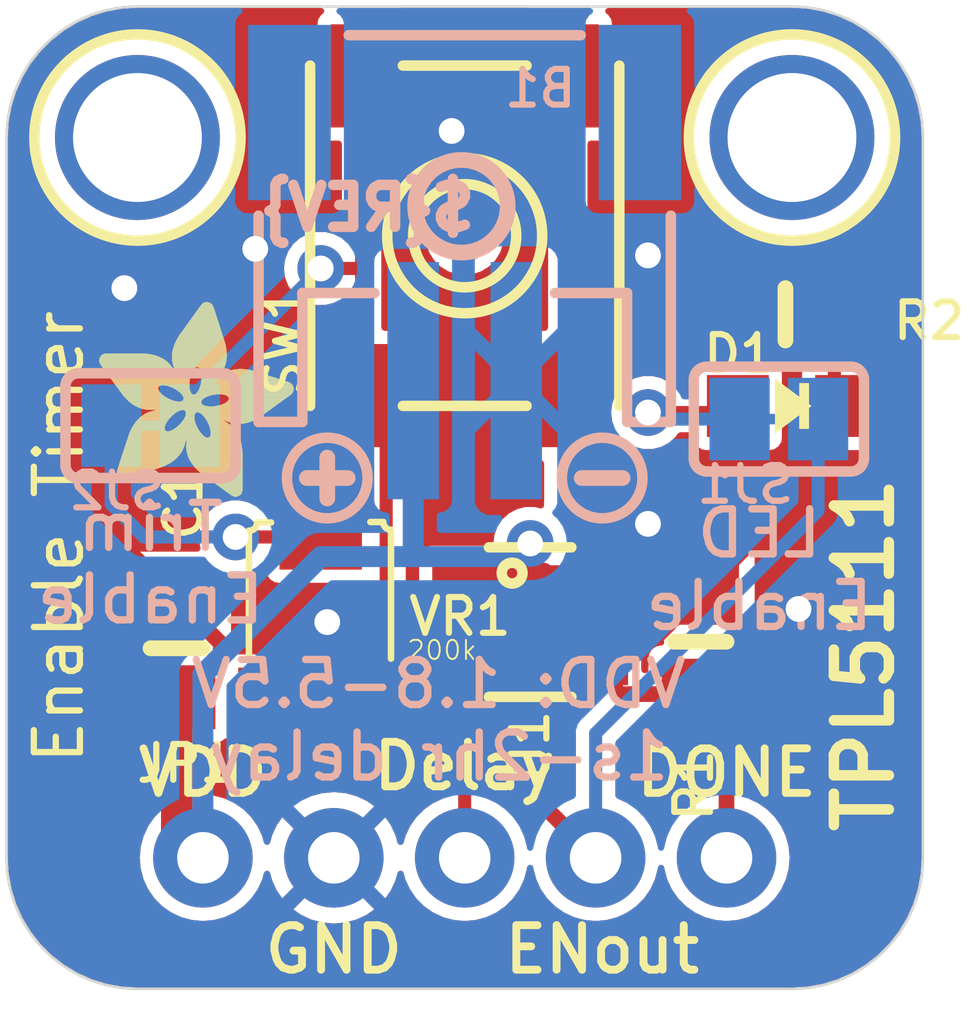
<source format=kicad_pcb>
(kicad_pcb (version 20221018) (generator pcbnew)
  (layers (0 "F.Cu" signal) (31 "B.Cu" signal) (34 "B.Paste" user) (35 "F.Paste" user) (36 "B.SilkS" user "B.Silkscreen") (37 "F.SilkS" user "F.Silkscreen") (38 "B.Mask" user) (39 "F.Mask" user) (44 "Edge.Cuts" user))
  (net 0 "")
  (net 1 "GND")
  (net 2 "DELAY")
  (net 3 "DONE")
  (net 4 "ENOUT")
  (net 5 "VDD")
  (net 6 "N$1")
  (net 7 "N$3")
  (net 8 "N$2")
  (footprint "working:SOT23-6" (layer "F.Cu") (at 149.7711 107.4166 -90)
    (fp_text reference "U1" (at 1.651 0 90) (layer "F.SilkS") (effects (font (size 0.692831 0.692831) (thickness 0.119969)) (justify right)))
    (fp_text value "TPL5111DDC")
    (pad "1" smd rect (at -0.95 1.3 270) (size 0.55 1.2) (layers "F.Cu" "F.Paste" "F.Mask") (net 5 "VDD"))
    (pad "2" smd rect (at 0 1.3 270) (size 0.55 1.2) (layers "F.Cu" "F.Paste" "F.Mask") (net 1 "GND"))
    (pad "3" smd rect (at 0.95 1.3 270) (size 0.55 1.2) (layers "F.Cu" "F.Paste" "F.Mask") (net 2 "DELAY"))
    (pad "4" smd rect (at 0.95 -1.3 270) (size 0.55 1.2) (layers "F.Cu" "F.Paste" "F.Mask") (net 3 "DONE"))
    (pad "5" smd rect (at 0 -1.3 270) (size 0.55 1.2) (layers "F.Cu" "F.Paste" "F.Mask") (net 4 "ENOUT"))
    (pad "6" smd rect (at -0.95 -1.3 270) (size 0.55 1.2) (layers "F.Cu" "F.Paste" "F.Mask") (net 5 "VDD"))
  )
  (footprint "working:MOUNTINGHOLE_2.5_PLATED" (layer "F.Cu") (at 154.8511 98.0186)
    (fp_text reference "U$8" hide)
    (fp_text value "MOUNTINGHOLE2.5" hide)
    (pad "P$1" thru_hole circle (at 0 0) (size 3.2 3.2) (drill 2.5) (layers "*.Cu" "*.Mask"))
    (zone (net 0) (net_name "") (layer "F.Cu") (connect_pads (clearance 0)) (min_thickness 0.25)
      (keepout (tracks not_allowed) (vias not_allowed) (pads not_allowed) (copperpour not_allowed) (footprints allowed))
      (fill (thermal_gap 0.5) (thermal_bridge_width 0.5))
      (polygon (pts (xy 156.8671 98.0186) (xy 156.84748 97.738027) (xy 156.789004 97.462915) (xy 156.692808 97.198619) (xy 156.560765 96.950283) (xy 156.395446 96.72274) (xy 156.200067 96.52042) (xy 155.978433 96.34726) (xy 155.734856 96.206631) (xy 155.474078 96.10127) (xy 155.201175 96.033228) (xy 154.921457 96.003828) (xy 154.640371 96.013644) (xy 154.363385 96.062484) (xy 154.095893 96.149397) (xy 153.8431 96.272693) (xy 153.609926 96.42997) (xy 153.400911 96.618169) (xy 153.220122 96.833625) (xy 153.071078 97.072145) (xy 152.95668 97.329087) (xy 152.879154 97.59945) (xy 152.840011 97.877971) (xy 152.840011 98.159229) (xy 152.879154 98.43775) (xy 152.95668 98.708113) (xy 153.071078 98.965055) (xy 153.220122 99.203575) (xy 153.400911 99.419031) (xy 153.609926 99.60723) (xy 153.8431 99.764507) (xy 154.095893 99.887803) (xy 154.363385 99.974716) (xy 154.640371 100.023556) (xy 154.921457 100.033372) (xy 155.201175 100.003972) (xy 155.474078 99.93593) (xy 155.734856 99.830569) (xy 155.978433 99.68994) (xy 156.200067 99.51678) (xy 156.395446 99.31446) (xy 156.560765 99.086917) (xy 156.692808 98.838581) (xy 156.789004 98.574285) (xy 156.84748 98.299173)))
      (polygon (pts (xy 154.8351 98.0186) (xy 154.839786 98.029914) (xy 154.8511 98.0346) (xy 154.862414 98.029914) (xy 154.8671 98.0186) (xy 154.862414 98.007286) (xy 154.8511 98.0026) (xy 154.839786 98.007286)))
    )
    (zone (net 0) (net_name "") (layer "B.Cu") (connect_pads (clearance 0)) (min_thickness 0.25)
      (keepout (tracks not_allowed) (vias not_allowed) (pads not_allowed) (copperpour not_allowed) (footprints allowed))
      (fill (thermal_gap 0.5) (thermal_bridge_width 0.5))
      (polygon (pts (xy 156.8671 98.0186) (xy 156.84748 97.738027) (xy 156.789004 97.462915) (xy 156.692808 97.198619) (xy 156.560765 96.950283) (xy 156.395446 96.72274) (xy 156.200067 96.52042) (xy 155.978433 96.34726) (xy 155.734856 96.206631) (xy 155.474078 96.10127) (xy 155.201175 96.033228) (xy 154.921457 96.003828) (xy 154.640371 96.013644) (xy 154.363385 96.062484) (xy 154.095893 96.149397) (xy 153.8431 96.272693) (xy 153.609926 96.42997) (xy 153.400911 96.618169) (xy 153.220122 96.833625) (xy 153.071078 97.072145) (xy 152.95668 97.329087) (xy 152.879154 97.59945) (xy 152.840011 97.877971) (xy 152.840011 98.159229) (xy 152.879154 98.43775) (xy 152.95668 98.708113) (xy 153.071078 98.965055) (xy 153.220122 99.203575) (xy 153.400911 99.419031) (xy 153.609926 99.60723) (xy 153.8431 99.764507) (xy 154.095893 99.887803) (xy 154.363385 99.974716) (xy 154.640371 100.023556) (xy 154.921457 100.033372) (xy 155.201175 100.003972) (xy 155.474078 99.93593) (xy 155.734856 99.830569) (xy 155.978433 99.68994) (xy 156.200067 99.51678) (xy 156.395446 99.31446) (xy 156.560765 99.086917) (xy 156.692808 98.838581) (xy 156.789004 98.574285) (xy 156.84748 98.299173)))
      (polygon (pts (xy 154.8351 98.0186) (xy 154.839786 98.029914) (xy 154.8511 98.0346) (xy 154.862414 98.029914) (xy 154.8671 98.0186) (xy 154.862414 98.007286) (xy 154.8511 98.0026) (xy 154.839786 98.007286)))
    )
  )
  (footprint "working:FIDUCIAL_1MM" (layer "F.Cu") (at 148.5011 99.9236)
    (fp_text reference "FID2" hide)
    (fp_text value "FIDUCIAL_1MM" hide)
    (pad "1" smd roundrect (at 0 0) (size 1 1) (layers "F.Cu" "F.Mask") (roundrect_rratio 0.5))
  )
  (footprint "working:1X05_ROUND_76" (layer "F.Cu") (at 148.5011 111.9886)
    (fp_text reference "JP1" (at -6.4262 -1.8288) (layer "F.SilkS") (effects (font (size 0.692831 0.692831) (thickness 0.119969)) (justify left)))
    (fp_text value "")
    (pad "1" thru_hole circle (at -5.08 0 90) (size 1.9304 1.9304) (drill 1) (layers "*.Cu" "*.Mask") (net 5 "VDD"))
    (pad "2" thru_hole circle (at -2.54 0 90) (size 1.9304 1.9304) (drill 1) (layers "*.Cu" "*.Mask") (net 1 "GND"))
    (pad "3" thru_hole circle (at 0 0 90) (size 1.9304 1.9304) (drill 1) (layers "*.Cu" "*.Mask") (net 2 "DELAY"))
    (pad "4" thru_hole circle (at 2.54 0 90) (size 1.9304 1.9304) (drill 1) (layers "*.Cu" "*.Mask") (net 4 "ENOUT"))
    (pad "5" thru_hole circle (at 5.08 0 90) (size 1.9304 1.9304) (drill 1) (layers "*.Cu" "*.Mask") (net 3 "DONE"))
  )
  (footprint "working:CHIPLED_0805_NOOUTLINE" (layer "F.Cu") (at 154.8511 103.2256 -90)
    (fp_text reference "D1" (at -1.016 1.778) (layer "F.SilkS") (effects (font (size 0.692831 0.692831) (thickness 0.119969)) (justify left)))
    (fp_text value "GREEN")
    (pad "A" smd rect (at 0 1.05 270) (size 1.2 1.2) (layers "F.Cu" "F.Paste" "F.Mask") (net 8 "N$2"))
    (pad "C" smd rect (at 0 -1.05 270) (size 1.2 1.2) (layers "F.Cu" "F.Paste" "F.Mask") (net 7 "N$3"))
  )
  (footprint "working:TRIMPOT_BOURNS_TC33X-2" (layer "F.Cu") (at 145.7071 107.0991)
    (fp_text reference "VR1" (at 1.65 0.21) (layer "F.SilkS") (effects (font (size 0.692831 0.692831) (thickness 0.119969)) (justify left)))
    (fp_text value "200k" (at 1.65 0.863) (layer "F.SilkS") (effects (font (size 0.369824 0.369824) (thickness 0.036576)) (justify left)))
    (pad "1" smd rect (at -1 1.8) (size 1.2 1.2) (layers "F.Cu" "F.Paste" "F.Mask"))
    (pad "2" smd rect (at 0 -1.45) (size 1.6 1.5) (layers "F.Cu" "F.Paste" "F.Mask") (net 6 "N$1"))
    (pad "3" smd rect (at 1 1.8) (size 1.2 1.2) (layers "F.Cu" "F.Paste" "F.Mask") (net 1 "GND"))
  )
  (footprint "working:0805-NO" (layer "F.Cu") (at 142.9131 107.9246 90)
    (fp_text reference "C1" (at 2.032 0.127 90) (layer "F.SilkS") (effects (font (size 0.692831 0.692831) (thickness 0.119969)) (justify left)))
    (fp_text value "10uF")
    (pad "1" smd rect (at -0.95 0 90) (size 1.24 1.5) (layers "F.Cu" "F.Paste" "F.Mask") (net 5 "VDD"))
    (pad "2" smd rect (at 0.95 0 90) (size 1.24 1.5) (layers "F.Cu" "F.Paste" "F.Mask") (net 1 "GND"))
  )
  (footprint "working:MOUNTINGHOLE_2.5_PLATED" (layer "F.Cu") (at 142.1511 98.0186)
    (fp_text reference "U$9" hide)
    (fp_text value "MOUNTINGHOLE2.5" hide)
    (pad "P$1" thru_hole circle (at 0 0) (size 3.2 3.2) (drill 2.5) (layers "*.Cu" "*.Mask"))
    (zone (net 0) (net_name "") (layer "F.Cu") (connect_pads (clearance 0)) (min_thickness 0.25)
      (keepout (tracks not_allowed) (vias not_allowed) (pads not_allowed) (copperpour not_allowed) (footprints allowed))
      (fill (thermal_gap 0.5) (thermal_bridge_width 0.5))
      (polygon (pts (xy 144.1671 98.0186) (xy 144.14748 97.738027) (xy 144.089004 97.462915) (xy 143.992808 97.198619) (xy 143.860765 96.950283) (xy 143.695446 96.72274) (xy 143.500067 96.52042) (xy 143.278433 96.34726) (xy 143.034856 96.206631) (xy 142.774078 96.10127) (xy 142.501175 96.033228) (xy 142.221457 96.003828) (xy 141.940371 96.013644) (xy 141.663385 96.062484) (xy 141.395893 96.149397) (xy 141.1431 96.272693) (xy 140.909926 96.42997) (xy 140.700911 96.618169) (xy 140.520122 96.833625) (xy 140.371078 97.072145) (xy 140.25668 97.329087) (xy 140.179154 97.59945) (xy 140.140011 97.877971) (xy 140.140011 98.159229) (xy 140.179154 98.43775) (xy 140.25668 98.708113) (xy 140.371078 98.965055) (xy 140.520122 99.203575) (xy 140.700911 99.419031) (xy 140.909926 99.60723) (xy 141.1431 99.764507) (xy 141.395893 99.887803) (xy 141.663385 99.974716) (xy 141.940371 100.023556) (xy 142.221457 100.033372) (xy 142.501175 100.003972) (xy 142.774078 99.93593) (xy 143.034856 99.830569) (xy 143.278433 99.68994) (xy 143.500067 99.51678) (xy 143.695446 99.31446) (xy 143.860765 99.086917) (xy 143.992808 98.838581) (xy 144.089004 98.574285) (xy 144.14748 98.299173)))
      (polygon (pts (xy 142.1351 98.0186) (xy 142.139786 98.029914) (xy 142.1511 98.0346) (xy 142.162414 98.029914) (xy 142.1671 98.0186) (xy 142.162414 98.007286) (xy 142.1511 98.0026) (xy 142.139786 98.007286)))
    )
    (zone (net 0) (net_name "") (layer "B.Cu") (connect_pads (clearance 0)) (min_thickness 0.25)
      (keepout (tracks not_allowed) (vias not_allowed) (pads not_allowed) (copperpour not_allowed) (footprints allowed))
      (fill (thermal_gap 0.5) (thermal_bridge_width 0.5))
      (polygon (pts (xy 144.1671 98.0186) (xy 144.14748 97.738027) (xy 144.089004 97.462915) (xy 143.992808 97.198619) (xy 143.860765 96.950283) (xy 143.695446 96.72274) (xy 143.500067 96.52042) (xy 143.278433 96.34726) (xy 143.034856 96.206631) (xy 142.774078 96.10127) (xy 142.501175 96.033228) (xy 142.221457 96.003828) (xy 141.940371 96.013644) (xy 141.663385 96.062484) (xy 141.395893 96.149397) (xy 141.1431 96.272693) (xy 140.909926 96.42997) (xy 140.700911 96.618169) (xy 140.520122 96.833625) (xy 140.371078 97.072145) (xy 140.25668 97.329087) (xy 140.179154 97.59945) (xy 140.140011 97.877971) (xy 140.140011 98.159229) (xy 140.179154 98.43775) (xy 140.25668 98.708113) (xy 140.371078 98.965055) (xy 140.520122 99.203575) (xy 140.700911 99.419031) (xy 140.909926 99.60723) (xy 141.1431 99.764507) (xy 141.395893 99.887803) (xy 141.663385 99.974716) (xy 141.940371 100.023556) (xy 142.221457 100.033372) (xy 142.501175 100.003972) (xy 142.774078 99.93593) (xy 143.034856 99.830569) (xy 143.278433 99.68994) (xy 143.500067 99.51678) (xy 143.695446 99.31446) (xy 143.860765 99.086917) (xy 143.992808 98.838581) (xy 144.089004 98.574285) (xy 144.14748 98.299173)))
      (polygon (pts (xy 142.1351 98.0186) (xy 142.139786 98.029914) (xy 142.1511 98.0346) (xy 142.162414 98.029914) (xy 142.1671 98.0186) (xy 142.162414 98.007286) (xy 142.1511 98.0026) (xy 142.139786 98.007286)))
    )
  )
  (footprint "working:EVQ-Q2_SMALLER" (layer "F.Cu") (at 148.5011 99.9236 90)
    (fp_text reference "SW1" (at -3.175 -3.5 90) (layer "F.SilkS") (effects (font (size 0.692831 0.692831) (thickness 0.119969)) (justify left)))
    (fp_text value "MANUAL")
    (pad "A" smd rect (at -3.1 2 90) (size 2 1.2) (layers "F.Cu" "F.Paste" "F.Mask") (net 5 "VDD"))
    (pad "A'" smd rect (at 3.1 2 90) (size 2 1.2) (layers "F.Cu" "F.Paste" "F.Mask") (net 5 "VDD"))
    (pad "B" smd rect (at -3.1 -2 90) (size 2 1.2) (layers "F.Cu" "F.Paste" "F.Mask") (net 2 "DELAY"))
    (pad "B'" smd rect (at 3.1 -2 90) (size 2 1.2) (layers "F.Cu" "F.Paste" "F.Mask") (net 2 "DELAY"))
  )
  (footprint "working:FIDUCIAL_1MM" (layer "F.Cu") (at 141.1351 112.3696)
    (fp_text reference "FID3" hide)
    (fp_text value "FIDUCIAL_1MM" hide)
    (pad "1" smd roundrect (at 0 0) (size 1 1) (layers "F.Cu" "F.Mask") (roundrect_rratio 0.5))
  )
  (footprint "working:ADAFRUIT_3.5MM" (layer "F.Cu") (at 141.3891 105.0036)
    (fp_text reference "U$10" hide)
    (fp_text value "" hide)
  )
  (footprint "working:0805-NO" (layer "F.Cu") (at 154.7241 101.4476)
    (fp_text reference "R2" (at 2.032 0.127) (layer "F.SilkS") (effects (font (size 0.692831 0.692831) (thickness 0.119969)) (justify left)))
    (fp_text value "1K")
    (pad "1" smd rect (at -0.95 0) (size 1.24 1.5) (layers "F.Cu" "F.Paste" "F.Mask") (net 1 "GND"))
    (pad "2" smd rect (at 0.95 0) (size 1.24 1.5) (layers "F.Cu" "F.Paste" "F.Mask") (net 7 "N$3"))
  )
  (footprint "working:0805-NO" (layer "F.Cu") (at 153.0731 107.7976 -90)
    (fp_text reference "R1" (at 2.032 0.127 90) (layer "F.SilkS") (effects (font (size 0.692831 0.692831) (thickness 0.119969)) (justify right)))
    (fp_text value "1M")
    (pad "1" smd rect (at -0.95 0 270) (size 1.24 1.5) (layers "F.Cu" "F.Paste" "F.Mask") (net 1 "GND"))
    (pad "2" smd rect (at 0.95 0 270) (size 1.24 1.5) (layers "F.Cu" "F.Paste" "F.Mask") (net 3 "DONE"))
  )
  (footprint "working:SOLDERJUMPER_CLOSEDWIRE" (layer "B.Cu") (at 154.5971 103.4796)
    (fp_text reference "SJ1" (at -1.651 1.27) (layer "B.SilkS") (effects (font (size 0.692831 0.692831) (thickness 0.119969)) (justify right mirror)))
    (fp_text value "")
    (pad "1" smd rect (at -0.762 0) (size 1.1684 1.6002) (layers "B.Cu") (net 8 "N$2"))
    (pad "2" smd rect (at 0.762 0) (size 1.1684 1.6002) (layers "B.Cu") (net 4 "ENOUT"))
    (pad "WIRE" smd rect (at 0 0 180) (size 0.635 0.2032) (layers "B.Cu"))
  )
  (footprint "working:PCBFEAT-REV-040" (layer "B.Cu") (at 148.4376 99.3521 180)
    (fp_text reference "U$15" hide)
    (fp_text value "" hide)
    (fp_text user "${REV}" (at -0.3556 -0.508) (layer "B.SilkS") (effects (font (size 0.8128 0.8128) (thickness 0.2032)) (justify left bottom mirror)))
  )
  (footprint "working:JSTPH2" (layer "B.Cu") (at 148.5011 99.0346 180)
    (fp_text reference "B1" (at -2.2225 1.9685) (layer "B.SilkS") (effects (font (size 0.692831 0.692831) (thickness 0.119969)) (justify left mirror)))
    (fp_text value "JSTPH2")
    (pad "1" smd rect (at -1 -3.7 180) (size 1 4.6) (layers "B.Cu" "B.Paste" "B.Mask") (net 1 "GND"))
    (pad "2" smd rect (at 1 -3.7 180) (size 1 4.6) (layers "B.Cu" "B.Paste" "B.Mask") (net 5 "VDD"))
    (pad "NC1" smd rect (at -3.4 1.5 90) (size 3.4 1.6) (layers "B.Cu" "B.Paste" "B.Mask"))
    (pad "NC2" smd rect (at 3.4 1.5 90) (size 3.4 1.6) (layers "B.Cu" "B.Paste" "B.Mask"))
  )
  (footprint "working:SYMBOL_MINUS" (layer "B.Cu") (at 151.1681 104.6226 180)
    (fp_text reference "U$12" hide)
    (fp_text value "" hide)
  )
  (footprint "working:SYMBOL_PLUS" (layer "B.Cu") (at 145.8341 104.6226 180)
    (fp_text reference "U$11" hide)
    (fp_text value "" hide)
  )
  (footprint "working:SOLDERJUMPER_CLOSEDWIRE" (layer "B.Cu") (at 142.4051 103.6066)
    (fp_text reference "SJ2" (at -1.651 1.27) (layer "B.SilkS") (effects (font (size 0.692831 0.692831) (thickness 0.119969)) (justify right mirror)))
    (fp_text value "")
    (pad "1" smd rect (at -0.762 0) (size 1.1684 1.6002) (layers "B.Cu") (net 6 "N$1"))
    (pad "2" smd rect (at 0.762 0) (size 1.1684 1.6002) (layers "B.Cu") (net 2 "DELAY"))
    (pad "WIRE" smd rect (at 0 0 180) (size 0.635 0.2032) (layers "B.Cu"))
  )
  (gr_line (start 154.8511 114.5286) (end 142.1511 114.5286) (stroke (width 0.05)) (layer "Edge.Cuts"))
  (gr_line (start 142.1511 95.4786) (end 154.8511 95.4786) (stroke (width 0.05)) (layer "Edge.Cuts"))
  (gr_arc (start 139.6111 98.0186) (mid 140.355049 96.222549) (end 142.1511 95.4786) (stroke (width 0.05)) (layer "Edge.Cuts"))
  (gr_line (start 157.3911 98.0186) (end 157.3911 111.9886) (stroke (width 0.05)) (layer "Edge.Cuts"))
  (gr_arc (start 142.1511 114.5286) (mid 140.355049 113.784651) (end 139.6111 111.9886) (stroke (width 0.05)) (layer "Edge.Cuts"))
  (gr_line (start 139.6111 111.9886) (end 139.6111 98.0186) (stroke (width 0.05)) (layer "Edge.Cuts"))
  (gr_arc (start 154.8511 95.4786) (mid 156.647151 96.222549) (end 157.3911 98.0186) (stroke (width 0.05)) (layer "Edge.Cuts"))
  (gr_arc (start 157.3911 111.9886) (mid 156.647151 113.784651) (end 154.8511 114.5286) (stroke (width 0.05)) (layer "Edge.Cuts"))
  (gr_text "LED\nEnable" (at 154.2161 106.4006) (layer "B.SilkS") (effects (font (size 0.87376 0.87376) (thickness 0.14224)) (justify mirror)))
  (gr_text "Trim\nEnable" (at 142.4051 106.2736) (layer "B.SilkS") (effects (font (size 0.87376 0.87376) (thickness 0.14224)) (justify mirror)))
  (gr_text "VDD: 1.8-5.5V\n1s-2hr delay" (at 147.9931 109.3216) (layer "B.SilkS") (effects (font (size 0.87376 0.87376) (thickness 0.14224)) (justify mirror)))
  (gr_text "Delay" (at 148.5011 110.2106) (layer "F.SilkS") (effects (font (size 0.8636 0.8636) (thickness 0.1524))))
  (gr_text "DONE" (at 153.5811 110.3376) (layer "F.SilkS") (effects (font (size 0.8636 0.8636) (thickness 0.1524))))
  (gr_text "VDD" (at 143.4211 110.3376) (layer "F.SilkS") (effects (font (size 0.8636 0.8636) (thickness 0.1524))))
  (gr_text "ENout" (at 151.1681 113.7666) (layer "F.SilkS") (effects (font (size 0.8636 0.8636) (thickness 0.1524))))
  (gr_text "Enable Timer" (at 140.6271 105.7656 90) (layer "F.SilkS") (effects (font (size 0.89408 0.89408) (thickness 0.12192))))
  (gr_text "GND" (at 145.9611 113.7666) (layer "F.SilkS") (effects (font (size 0.8636 0.8636) (thickness 0.1524))))
  (gr_text "TPL5111" (at 156.2481 108.0516 90) (layer "F.SilkS") (effects (font (size 1.0668 1.0668) (thickness 0.2032))))
  (segment (start 147.9931 107.4166) (end 148.4711 107.4166) (width 0.254) (layer "F.Cu") (net 1))
  (segment (start 147.4851 106.9086) (end 147.4851 104.8766) (width 0.254) (layer "F.Cu") (net 1))
  (segment (start 147.9931 107.4166) (end 147.4851 106.9086) (width 0.254) (layer "F.Cu") (net 1))
  (via (at 141.8971 100.9396) (size 0.9064) (drill 0.5) (layers "F.Cu" "B.Cu") (net 1))
  (via (at 148.2471 97.8916) (size 0.9064) (drill 0.5) (layers "F.Cu" "B.Cu") (net 1))
  (via (at 152.0571 105.5116) (size 0.9064) (drill 0.5) (layers "F.Cu" "B.Cu") (net 1))
  (via (at 154.9781 107.1626) (size 0.9064) (drill 0.5) (layers "F.Cu" "B.Cu") (net 1))
  (via (at 144.4371 100.1776) (size 0.9064) (drill 0.5) (layers "F.Cu" "B.Cu") (net 1))
  (via (at 145.8341 107.4166) (size 0.9064) (drill 0.5) (layers "F.Cu" "B.Cu") (net 1))
  (via (at 152.0571 100.3046) (size 0.9064) (drill 0.5) (layers "F.Cu" "B.Cu") (net 1))
  (segment (start 146.9771 107.4166) (end 147.9271 108.3666) (width 0.254) (layer "F.Cu") (net 2))
  (segment (start 146.9771 107.4166) (end 146.9771 103.4366) (width 0.254) (layer "F.Cu") (net 2))
  (segment (start 146.5011 100.614444) (end 146.445256 100.5586) (width 0.254) (layer "F.Cu") (net 2))
  (segment (start 146.5011 100.614444) (end 146.5011 103.0236) (width 0.254) (layer "F.Cu") (net 2))
  (segment (start 148.5011 111.9886) (end 148.5011 108.3966) (width 0.254) (layer "F.Cu") (net 2))
  (segment (start 146.5641 103.0236) (end 146.5011 103.0236) (width 0.254) (layer "F.Cu") (net 2))
  (segment (start 147.9271 108.3666) (end 148.4711 108.3666) (width 0.254) (layer "F.Cu") (net 2))
  (segment (start 148.4711 108.3666) (end 147.997434 108.3666) (width 0.254) (layer "F.Cu") (net 2))
  (segment (start 147.997434 108.3666) (end 147.9931 108.370935) (width 0.254) (layer "F.Cu") (net 2))
  (segment (start 146.5011 96.8236) (end 146.5011 100.614444) (width 0.254) (layer "F.Cu") (net 2))
  (segment (start 146.9771 103.4366) (end 146.5641 103.0236) (width 0.254) (layer "F.Cu") (net 2))
  (segment (start 146.445256 100.5586) (end 145.7071 100.5586) (width 0.254) (layer "F.Cu") (net 2))
  (segment (start 148.5011 108.3966) (end 148.4711 108.3666) (width 0.254) (layer "F.Cu") (net 2))
  (via (at 145.7071 100.5586) (size 0.9064) (drill 0.5) (layers "F.Cu" "B.Cu") (net 2))
  (segment (start 145.7071 100.5586) (end 143.1671 103.0986) (width 0.254) (layer "B.Cu") (net 2))
  (segment (start 143.1671 103.0986) (end 143.1671 103.6066) (width 0.254) (layer "B.Cu") (net 2))
  (segment (start 153.5811 108.7476) (end 153.5811 108.8136) (width 0.3048) (layer "F.Cu") (net 3))
  (segment (start 153.5811 111.1606) (end 153.5811 111.9886) (width 0.254) (layer "F.Cu") (net 3))
  (segment (start 153.0731 108.7476) (end 153.5811 108.7476) (width 0.3048) (layer "F.Cu") (net 3))
  (segment (start 151.0711 108.3666) (end 151.5181 108.8136) (width 0.3048) (layer "F.Cu") (net 3))
  (segment (start 153.5811 108.8136) (end 153.5811 111.1606) (width 0.3048) (layer "F.Cu") (net 3))
  (segment (start 151.5181 108.8136) (end 153.5811 108.8136) (width 0.3048) (layer "F.Cu") (net 3))
  (segment (start 153.5811 111.7346) (end 153.5811 111.9886) (width 0.254) (layer "B.Cu") (net 3))
  (segment (start 151.0711 107.4166) (end 150.5331 107.4166) (width 0.254) (layer "F.Cu") (net 4))
  (segment (start 150.5331 107.4166) (end 149.8981 108.0516) (width 0.3048) (layer "F.Cu") (net 4))
  (segment (start 149.8981 110.8456) (end 151.0411 111.9886) (width 0.3048) (layer "F.Cu") (net 4))
  (segment (start 149.8981 108.0516) (end 149.8981 110.8456) (width 0.3048) (layer "F.Cu") (net 4))
  (segment (start 151.0411 109.5756) (end 155.3591 105.2576) (width 0.254) (layer "B.Cu") (net 4))
  (segment (start 155.3591 105.2576) (end 155.3591 103.4796) (width 0.254) (layer "B.Cu") (net 4))
  (segment (start 151.0411 111.9886) (end 151.0411 109.5756) (width 0.254) (layer "B.Cu") (net 4))
  (segment (start 150.5011 105.0986) (end 151.1681 105.7656) (width 0.4064) (layer "F.Cu") (net 5))
  (segment (start 149.7711 105.8926) (end 149.7711 106.4666) (width 0.4064) (layer "F.Cu") (net 5))
  (segment (start 142.9131 108.8746) (end 142.9131 111.8616) (width 0.6096) (layer "F.Cu") (net 5))
  (segment (start 143.0401 111.9886) (end 143.4211 111.9886) (width 0.6096) (layer "F.Cu") (net 5))
  (segment (start 150.0251 106.4666) (end 151.0711 106.4666) (width 0.3048) (layer "F.Cu") (net 5))
  (segment (start 150.5011 103.0236) (end 150.5011 105.0986) (width 0.4064) (layer "F.Cu") (net 5))
  (segment (start 149.7711 106.4666) (end 150.0251 106.4666) (width 0.4064) (layer "F.Cu") (net 5))
  (segment (start 150.5011 96.8236) (end 150.5011 103.0236) (width 0.254) (layer "F.Cu") (net 5))
  (segment (start 151.1681 105.7656) (end 151.1681 106.3696) (width 0.4064) (layer "F.Cu") (net 5))
  (segment (start 148.4711 106.4666) (end 149.7711 106.4666) (width 0.3048) (layer "F.Cu") (net 5))
  (segment (start 142.9131 111.8616) (end 143.0401 111.9886) (width 0.6096) (layer "F.Cu") (net 5))
  (segment (start 151.1681 106.3696) (end 151.0711 106.4666) (width 0.4064) (layer "F.Cu") (net 5))
  (via (at 149.7711 105.8926) (size 0.9064) (drill 0.5) (layers "F.Cu" "B.Cu") (net 5))
  (segment (start 143.4211 108.4326) (end 145.7071 106.1466) (width 0.4064) (layer "B.Cu") (net 5))
  (segment (start 147.5011 106.1306) (end 147.4851 106.1466) (width 0.4064) (layer "B.Cu") (net 5))
  (segment (start 149.5171 106.1466) (end 149.7711 105.8926) (width 0.4064) (layer "B.Cu") (net 5))
  (segment (start 143.4211 111.9886) (end 143.4211 108.4326) (width 0.4064) (layer "B.Cu") (net 5))
  (segment (start 147.4851 106.1466) (end 149.5171 106.1466) (width 0.4064) (layer "B.Cu") (net 5))
  (segment (start 145.7071 106.1466) (end 147.4851 106.1466) (width 0.4064) (layer "B.Cu") (net 5))
  (segment (start 147.5011 102.7346) (end 147.5011 106.1306) (width 0.4064) (layer "B.Cu") (net 5))
  (segment (start 145.7071 105.6491) (end 145.5906 105.7656) (width 0.254) (layer "F.Cu") (net 6))
  (segment (start 145.5906 105.7656) (end 144.0561 105.7656) (width 0.254) (layer "F.Cu") (net 6))
  (via (at 144.0561 105.7656) (size 0.9064) (drill 0.5) (layers "F.Cu" "B.Cu") (net 6))
  (segment (start 141.6431 103.6066) (end 141.6431 105.1306) (width 0.254) (layer "B.Cu") (net 6))
  (segment (start 142.2781 105.7656) (end 144.0561 105.7656) (width 0.254) (layer "B.Cu") (net 6))
  (segment (start 141.6431 105.1306) (end 142.2781 105.7656) (width 0.254) (layer "B.Cu") (net 6))
  (segment (start 155.9011 103.2256) (end 155.6741 102.9986) (width 0.254) (layer "F.Cu") (net 7))
  (segment (start 155.6741 102.9986) (end 155.6741 101.4476) (width 0.254) (layer "F.Cu") (net 7))
  (segment (start 153.6741 103.3526) (end 152.0571 103.3526) (width 0.254) (layer "F.Cu") (net 8))
  (segment (start 153.8011 103.2256) (end 153.6741 103.3526) (width 0.254) (layer "F.Cu") (net 8))
  (via (at 152.0571 103.3526) (size 0.9064) (drill 0.5) (layers "F.Cu" "B.Cu") (net 8))
  (segment (start 152.1841 103.4796) (end 153.8351 103.4796) (width 0.254) (layer "B.Cu") (net 8))
  (segment (start 152.0571 103.3526) (end 152.1841 103.4796) (width 0.254) (layer "B.Cu") (net 8))
  (zone (net 1) (net_name "GND") (layer "F.Cu") (priority 6) (connect_pads (clearance 0.254)) (min_thickness 0.127) (fill yes (thermal_gap 0.304) (thermal_bridge_width 0.304))
    (polygon (pts (xy 155.172599 95.370815) (xy 155.489411 95.428873) (xy 155.796913 95.524695) (xy 156.090625 95.656884) (xy 156.36626 95.823511) (xy 156.619802 96.022148) (xy 156.847552 96.249898) (xy 157.046189 96.50344) (xy 157.212816 96.779075) (xy 157.345005 97.072787) (xy 157.440827 97.380289) (xy 157.498885 97.697101) (xy 157.5181 98.014763) (xy 157.5181 111.992437) (xy 157.498885 112.310099) (xy 157.440827 112.626911) (xy 157.345005 112.934413) (xy 157.212816 113.228125) (xy 157.046189 113.50376) (xy 156.847552 113.757302) (xy 156.619802 113.985052) (xy 156.36626 114.183689) (xy 156.090625 114.350316) (xy 155.796913 114.482505) (xy 155.489411 114.578327) (xy 155.172599 114.636385) (xy 154.854937 114.6556) (xy 142.147263 114.6556) (xy 141.829601 114.636385) (xy 141.512789 114.578327) (xy 141.205287 114.482505) (xy 140.911575 114.350316) (xy 140.63594 114.183689) (xy 140.382398 113.985052) (xy 140.154648 113.757302) (xy 139.956011 113.50376) (xy 139.789384 113.228125) (xy 139.657195 112.934413) (xy 139.561373 112.626911) (xy 139.503315 112.310099) (xy 139.4841 111.992437) (xy 139.4841 98.014763) (xy 139.503315 97.697101) (xy 139.561373 97.380289) (xy 139.657195 97.072787) (xy 139.789384 96.779075) (xy 139.956011 96.50344) (xy 140.154648 96.249898) (xy 140.382398 96.022148) (xy 140.63594 95.823511) (xy 140.911575 95.656884) (xy 141.205287 95.524695) (xy 141.512789 95.428873) (xy 141.829601 95.370815) (xy 142.147263 95.3516) (xy 154.854937 95.3516)))
  )
  (zone (net 1) (net_name "GND") (layer "B.Cu") (priority 6) (connect_pads (clearance 0.254)) (min_thickness 0.127) (fill yes (thermal_gap 0.304) (thermal_bridge_width 0.304))
    (polygon (pts (xy 155.172599 95.370815) (xy 155.489411 95.428873) (xy 155.796913 95.524695) (xy 156.090625 95.656884) (xy 156.36626 95.823511) (xy 156.619802 96.022148) (xy 156.847552 96.249898) (xy 157.046189 96.50344) (xy 157.212816 96.779075) (xy 157.345005 97.072787) (xy 157.440827 97.380289) (xy 157.498885 97.697101) (xy 157.5181 98.014763) (xy 157.5181 111.992437) (xy 157.498885 112.310099) (xy 157.440827 112.626911) (xy 157.345005 112.934413) (xy 157.212816 113.228125) (xy 157.046189 113.50376) (xy 156.847552 113.757302) (xy 156.619802 113.985052) (xy 156.36626 114.183689) (xy 156.090625 114.350316) (xy 155.796913 114.482505) (xy 155.489411 114.578327) (xy 155.172599 114.636385) (xy 154.854937 114.6556) (xy 142.147263 114.6556) (xy 141.829601 114.636385) (xy 141.512789 114.578327) (xy 141.205287 114.482505) (xy 140.911575 114.350316) (xy 140.63594 114.183689) (xy 140.382398 113.985052) (xy 140.154648 113.757302) (xy 139.956011 113.50376) (xy 139.789384 113.228125) (xy 139.657195 112.934413) (xy 139.561373 112.626911) (xy 139.503315 112.310099) (xy 139.4841 111.992437) (xy 139.4841 98.014763) (xy 139.503315 97.697101) (xy 139.561373 97.380289) (xy 139.657195 97.072787) (xy 139.789384 96.779075) (xy 139.956011 96.50344) (xy 140.154648 96.249898) (xy 140.382398 96.022148) (xy 140.63594 95.823511) (xy 140.911575 95.656884) (xy 141.205287 95.524695) (xy 141.512789 95.428873) (xy 141.829601 95.370815) (xy 142.147263 95.3516) (xy 154.854937 95.3516)))
  )
)
</source>
